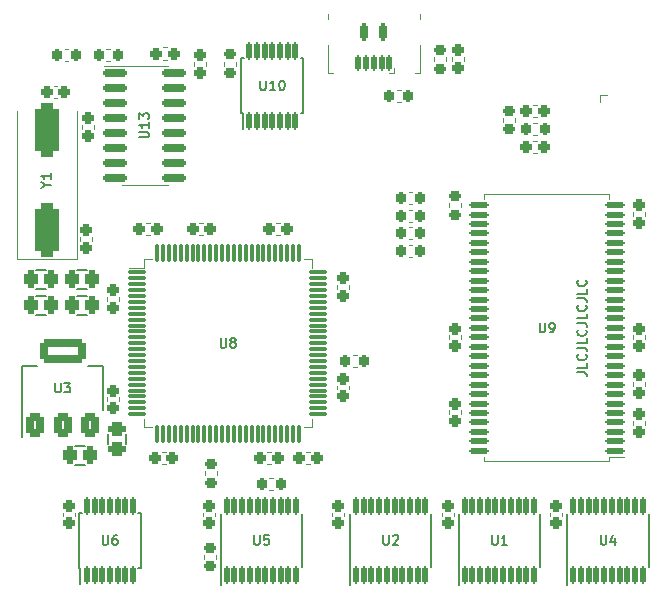
<source format=gto>
G04 #@! TF.GenerationSoftware,KiCad,Pcbnew,(6.0.1-0)*
G04 #@! TF.CreationDate,2022-02-07T03:36:48-05:00*
G04 #@! TF.ProjectId,GW4302,47573433-3032-42e6-9b69-6361645f7063,0.1*
G04 #@! TF.SameCoordinates,Original*
G04 #@! TF.FileFunction,Legend,Top*
G04 #@! TF.FilePolarity,Positive*
%FSLAX46Y46*%
G04 Gerber Fmt 4.6, Leading zero omitted, Abs format (unit mm)*
G04 Created by KiCad (PCBNEW (6.0.1-0)) date 2022-02-07 03:36:48*
%MOMM*%
%LPD*%
G01*
G04 APERTURE LIST*
G04 Aperture macros list*
%AMRoundRect*
0 Rectangle with rounded corners*
0 $1 Rounding radius*
0 $2 $3 $4 $5 $6 $7 $8 $9 X,Y pos of 4 corners*
0 Add a 4 corners polygon primitive as box body*
4,1,4,$2,$3,$4,$5,$6,$7,$8,$9,$2,$3,0*
0 Add four circle primitives for the rounded corners*
1,1,$1+$1,$2,$3*
1,1,$1+$1,$4,$5*
1,1,$1+$1,$6,$7*
1,1,$1+$1,$8,$9*
0 Add four rect primitives between the rounded corners*
20,1,$1+$1,$2,$3,$4,$5,0*
20,1,$1+$1,$4,$5,$6,$7,0*
20,1,$1+$1,$6,$7,$8,$9,0*
20,1,$1+$1,$8,$9,$2,$3,0*%
G04 Aperture macros list end*
%ADD10C,0.203200*%
%ADD11C,0.150000*%
%ADD12C,0.120000*%
%ADD13C,0.152400*%
%ADD14C,0.000000*%
%ADD15C,2.150000*%
%ADD16C,2.000000*%
%ADD17RoundRect,0.136500X0.112500X-0.612500X0.112500X0.612500X-0.112500X0.612500X-0.112500X-0.612500X0*%
%ADD18RoundRect,0.164500X0.640500X0.114500X-0.640500X0.114500X-0.640500X-0.114500X0.640500X-0.114500X0*%
%ADD19RoundRect,0.262500X-0.262500X0.212500X-0.262500X-0.212500X0.262500X-0.212500X0.262500X0.212500X0*%
%ADD20RoundRect,0.312500X0.262500X0.437500X-0.262500X0.437500X-0.262500X-0.437500X0.262500X-0.437500X0*%
%ADD21RoundRect,0.312500X-0.262500X-0.437500X0.262500X-0.437500X0.262500X0.437500X-0.262500X0.437500X0*%
%ADD22RoundRect,0.225000X-0.300000X0.175000X-0.300000X-0.175000X0.300000X-0.175000X0.300000X0.175000X0*%
%ADD23RoundRect,0.262500X0.262500X-0.212500X0.262500X0.212500X-0.262500X0.212500X-0.262500X-0.212500X0*%
%ADD24RoundRect,0.262500X-0.212500X-0.262500X0.212500X-0.262500X0.212500X0.262500X-0.212500X0.262500X0*%
%ADD25RoundRect,0.225000X0.300000X-0.175000X0.300000X0.175000X-0.300000X0.175000X-0.300000X-0.175000X0*%
%ADD26RoundRect,0.225000X0.175000X0.300000X-0.175000X0.300000X-0.175000X-0.300000X0.175000X-0.300000X0*%
%ADD27RoundRect,0.262500X0.212500X0.262500X-0.212500X0.262500X-0.212500X-0.262500X0.212500X-0.262500X0*%
%ADD28RoundRect,0.225000X-0.175000X-0.300000X0.175000X-0.300000X0.175000X0.300000X-0.175000X0.300000X0*%
%ADD29RoundRect,0.350000X0.450000X-0.700000X0.450000X0.700000X-0.450000X0.700000X-0.450000X-0.700000X0*%
%ADD30RoundRect,0.350000X1.600000X-0.700000X1.600000X0.700000X-1.600000X0.700000X-1.600000X-0.700000X0*%
%ADD31RoundRect,0.312500X-0.437500X0.262500X-0.437500X-0.262500X0.437500X-0.262500X0.437500X0.262500X0*%
%ADD32RoundRect,0.099000X-0.662500X-0.075000X0.662500X-0.075000X0.662500X0.075000X-0.662500X0.075000X0*%
%ADD33RoundRect,0.099000X-0.075000X-0.662500X0.075000X-0.662500X0.075000X0.662500X-0.075000X0.662500X0*%
%ADD34RoundRect,0.200000X-0.825000X-0.150000X0.825000X-0.150000X0.825000X0.150000X-0.825000X0.150000X0*%
%ADD35RoundRect,0.120000X0.120000X0.545000X-0.120000X0.545000X-0.120000X-0.545000X0.120000X-0.545000X0*%
%ADD36O,1.170000X2.000000*%
%ADD37C,1.400000*%
%ADD38RoundRect,0.200000X0.150000X0.525000X-0.150000X0.525000X-0.150000X-0.525000X0.150000X-0.525000X0*%
%ADD39C,1.448000*%
%ADD40RoundRect,0.550000X0.500000X-1.750000X0.500000X1.750000X-0.500000X1.750000X-0.500000X-1.750000X0*%
%ADD41C,1.140600*%
%ADD42C,2.524900*%
%ADD43C,0.937400*%
%ADD44RoundRect,0.456000X0.381000X3.289000X-0.381000X3.289000X-0.381000X-3.289000X0.381000X-3.289000X0*%
G04 APERTURE END LIST*
D10*
X151554895Y-67754361D02*
X152135466Y-67754361D01*
X152251580Y-67793066D01*
X152328990Y-67870476D01*
X152367695Y-67986590D01*
X152367695Y-68064000D01*
X152367695Y-66980266D02*
X152367695Y-67367314D01*
X151554895Y-67367314D01*
X152290285Y-66244876D02*
X152328990Y-66283580D01*
X152367695Y-66399695D01*
X152367695Y-66477104D01*
X152328990Y-66593219D01*
X152251580Y-66670628D01*
X152174171Y-66709333D01*
X152019352Y-66748038D01*
X151903238Y-66748038D01*
X151748419Y-66709333D01*
X151671009Y-66670628D01*
X151593600Y-66593219D01*
X151554895Y-66477104D01*
X151554895Y-66399695D01*
X151593600Y-66283580D01*
X151632304Y-66244876D01*
X151554895Y-65664304D02*
X152135466Y-65664304D01*
X152251580Y-65703009D01*
X152328990Y-65780419D01*
X152367695Y-65896533D01*
X152367695Y-65973942D01*
X152367695Y-64890209D02*
X152367695Y-65277257D01*
X151554895Y-65277257D01*
X152290285Y-64154819D02*
X152328990Y-64193523D01*
X152367695Y-64309638D01*
X152367695Y-64387047D01*
X152328990Y-64503161D01*
X152251580Y-64580571D01*
X152174171Y-64619276D01*
X152019352Y-64657980D01*
X151903238Y-64657980D01*
X151748419Y-64619276D01*
X151671009Y-64580571D01*
X151593600Y-64503161D01*
X151554895Y-64387047D01*
X151554895Y-64309638D01*
X151593600Y-64193523D01*
X151632304Y-64154819D01*
X151554895Y-63574247D02*
X152135466Y-63574247D01*
X152251580Y-63612952D01*
X152328990Y-63690361D01*
X152367695Y-63806476D01*
X152367695Y-63883885D01*
X152367695Y-62800152D02*
X152367695Y-63187200D01*
X151554895Y-63187200D01*
X152290285Y-62064761D02*
X152328990Y-62103466D01*
X152367695Y-62219580D01*
X152367695Y-62296990D01*
X152328990Y-62413104D01*
X152251580Y-62490514D01*
X152174171Y-62529219D01*
X152019352Y-62567923D01*
X151903238Y-62567923D01*
X151748419Y-62529219D01*
X151671009Y-62490514D01*
X151593600Y-62413104D01*
X151554895Y-62296990D01*
X151554895Y-62219580D01*
X151593600Y-62103466D01*
X151632304Y-62064761D01*
X151554895Y-61484190D02*
X152135466Y-61484190D01*
X152251580Y-61522895D01*
X152328990Y-61600304D01*
X152367695Y-61716419D01*
X152367695Y-61793828D01*
X152367695Y-60710095D02*
X152367695Y-61097142D01*
X151554895Y-61097142D01*
X152290285Y-59974704D02*
X152328990Y-60013409D01*
X152367695Y-60129523D01*
X152367695Y-60206933D01*
X152328990Y-60323047D01*
X152251580Y-60400457D01*
X152174171Y-60439161D01*
X152019352Y-60477866D01*
X151903238Y-60477866D01*
X151748419Y-60439161D01*
X151671009Y-60400457D01*
X151593600Y-60323047D01*
X151554895Y-60206933D01*
X151554895Y-60129523D01*
X151593600Y-60013409D01*
X151632304Y-59974704D01*
X144355723Y-81554895D02*
X144355723Y-82212876D01*
X144394428Y-82290285D01*
X144433133Y-82328990D01*
X144510542Y-82367695D01*
X144665361Y-82367695D01*
X144742771Y-82328990D01*
X144781476Y-82290285D01*
X144820180Y-82212876D01*
X144820180Y-81554895D01*
X145632980Y-82367695D02*
X145168523Y-82367695D01*
X145400752Y-82367695D02*
X145400752Y-81554895D01*
X145323342Y-81671009D01*
X145245933Y-81748419D01*
X145168523Y-81787123D01*
X148380723Y-63554895D02*
X148380723Y-64212876D01*
X148419428Y-64290285D01*
X148458133Y-64328990D01*
X148535542Y-64367695D01*
X148690361Y-64367695D01*
X148767771Y-64328990D01*
X148806476Y-64290285D01*
X148845180Y-64212876D01*
X148845180Y-63554895D01*
X149270933Y-64367695D02*
X149425752Y-64367695D01*
X149503161Y-64328990D01*
X149541866Y-64290285D01*
X149619276Y-64174171D01*
X149657980Y-64019352D01*
X149657980Y-63709714D01*
X149619276Y-63632304D01*
X149580571Y-63593600D01*
X149503161Y-63554895D01*
X149348342Y-63554895D01*
X149270933Y-63593600D01*
X149232228Y-63632304D01*
X149193523Y-63709714D01*
X149193523Y-63903238D01*
X149232228Y-63980647D01*
X149270933Y-64019352D01*
X149348342Y-64058057D01*
X149503161Y-64058057D01*
X149580571Y-64019352D01*
X149619276Y-63980647D01*
X149657980Y-63903238D01*
X153555723Y-81554895D02*
X153555723Y-82212876D01*
X153594428Y-82290285D01*
X153633133Y-82328990D01*
X153710542Y-82367695D01*
X153865361Y-82367695D01*
X153942771Y-82328990D01*
X153981476Y-82290285D01*
X154020180Y-82212876D01*
X154020180Y-81554895D01*
X154755571Y-81825828D02*
X154755571Y-82367695D01*
X154562047Y-81516190D02*
X154368523Y-82096761D01*
X154871685Y-82096761D01*
X111380723Y-81554895D02*
X111380723Y-82212876D01*
X111419428Y-82290285D01*
X111458133Y-82328990D01*
X111535542Y-82367695D01*
X111690361Y-82367695D01*
X111767771Y-82328990D01*
X111806476Y-82290285D01*
X111845180Y-82212876D01*
X111845180Y-81554895D01*
X112580571Y-81554895D02*
X112425752Y-81554895D01*
X112348342Y-81593600D01*
X112309638Y-81632304D01*
X112232228Y-81748419D01*
X112193523Y-81903238D01*
X112193523Y-82212876D01*
X112232228Y-82290285D01*
X112270933Y-82328990D01*
X112348342Y-82367695D01*
X112503161Y-82367695D01*
X112580571Y-82328990D01*
X112619276Y-82290285D01*
X112657980Y-82212876D01*
X112657980Y-82019352D01*
X112619276Y-81941942D01*
X112580571Y-81903238D01*
X112503161Y-81864533D01*
X112348342Y-81864533D01*
X112270933Y-81903238D01*
X112232228Y-81941942D01*
X112193523Y-82019352D01*
X135155723Y-81554895D02*
X135155723Y-82212876D01*
X135194428Y-82290285D01*
X135233133Y-82328990D01*
X135310542Y-82367695D01*
X135465361Y-82367695D01*
X135542771Y-82328990D01*
X135581476Y-82290285D01*
X135620180Y-82212876D01*
X135620180Y-81554895D01*
X135968523Y-81632304D02*
X136007228Y-81593600D01*
X136084638Y-81554895D01*
X136278161Y-81554895D01*
X136355571Y-81593600D01*
X136394276Y-81632304D01*
X136432980Y-81709714D01*
X136432980Y-81787123D01*
X136394276Y-81903238D01*
X135929819Y-82367695D01*
X136432980Y-82367695D01*
X124205723Y-81554895D02*
X124205723Y-82212876D01*
X124244428Y-82290285D01*
X124283133Y-82328990D01*
X124360542Y-82367695D01*
X124515361Y-82367695D01*
X124592771Y-82328990D01*
X124631476Y-82290285D01*
X124670180Y-82212876D01*
X124670180Y-81554895D01*
X125444276Y-81554895D02*
X125057228Y-81554895D01*
X125018523Y-81941942D01*
X125057228Y-81903238D01*
X125134638Y-81864533D01*
X125328161Y-81864533D01*
X125405571Y-81903238D01*
X125444276Y-81941942D01*
X125482980Y-82019352D01*
X125482980Y-82212876D01*
X125444276Y-82290285D01*
X125405571Y-82328990D01*
X125328161Y-82367695D01*
X125134638Y-82367695D01*
X125057228Y-82328990D01*
X125018523Y-82290285D01*
X124743676Y-43054895D02*
X124743676Y-43712876D01*
X124782380Y-43790285D01*
X124821085Y-43828990D01*
X124898495Y-43867695D01*
X125053314Y-43867695D01*
X125130723Y-43828990D01*
X125169428Y-43790285D01*
X125208133Y-43712876D01*
X125208133Y-43054895D01*
X126020933Y-43867695D02*
X125556476Y-43867695D01*
X125788704Y-43867695D02*
X125788704Y-43054895D01*
X125711295Y-43171009D01*
X125633885Y-43248419D01*
X125556476Y-43287123D01*
X126524095Y-43054895D02*
X126601504Y-43054895D01*
X126678914Y-43093600D01*
X126717619Y-43132304D01*
X126756323Y-43209714D01*
X126795028Y-43364533D01*
X126795028Y-43558057D01*
X126756323Y-43712876D01*
X126717619Y-43790285D01*
X126678914Y-43828990D01*
X126601504Y-43867695D01*
X126524095Y-43867695D01*
X126446685Y-43828990D01*
X126407980Y-43790285D01*
X126369276Y-43712876D01*
X126330571Y-43558057D01*
X126330571Y-43364533D01*
X126369276Y-43209714D01*
X126407980Y-43132304D01*
X126446685Y-43093600D01*
X126524095Y-43054895D01*
X107380723Y-68654895D02*
X107380723Y-69312876D01*
X107419428Y-69390285D01*
X107458133Y-69428990D01*
X107535542Y-69467695D01*
X107690361Y-69467695D01*
X107767771Y-69428990D01*
X107806476Y-69390285D01*
X107845180Y-69312876D01*
X107845180Y-68654895D01*
X108154819Y-68654895D02*
X108657980Y-68654895D01*
X108387047Y-68964533D01*
X108503161Y-68964533D01*
X108580571Y-69003238D01*
X108619276Y-69041942D01*
X108657980Y-69119352D01*
X108657980Y-69312876D01*
X108619276Y-69390285D01*
X108580571Y-69428990D01*
X108503161Y-69467695D01*
X108270933Y-69467695D01*
X108193523Y-69428990D01*
X108154819Y-69390285D01*
X121380723Y-64854895D02*
X121380723Y-65512876D01*
X121419428Y-65590285D01*
X121458133Y-65628990D01*
X121535542Y-65667695D01*
X121690361Y-65667695D01*
X121767771Y-65628990D01*
X121806476Y-65590285D01*
X121845180Y-65512876D01*
X121845180Y-64854895D01*
X122348342Y-65203238D02*
X122270933Y-65164533D01*
X122232228Y-65125828D01*
X122193523Y-65048419D01*
X122193523Y-65009714D01*
X122232228Y-64932304D01*
X122270933Y-64893600D01*
X122348342Y-64854895D01*
X122503161Y-64854895D01*
X122580571Y-64893600D01*
X122619276Y-64932304D01*
X122657980Y-65009714D01*
X122657980Y-65048419D01*
X122619276Y-65125828D01*
X122580571Y-65164533D01*
X122503161Y-65203238D01*
X122348342Y-65203238D01*
X122270933Y-65241942D01*
X122232228Y-65280647D01*
X122193523Y-65358057D01*
X122193523Y-65512876D01*
X122232228Y-65590285D01*
X122270933Y-65628990D01*
X122348342Y-65667695D01*
X122503161Y-65667695D01*
X122580571Y-65628990D01*
X122619276Y-65590285D01*
X122657980Y-65512876D01*
X122657980Y-65358057D01*
X122619276Y-65280647D01*
X122580571Y-65241942D01*
X122503161Y-65203238D01*
X114489895Y-47869323D02*
X115147876Y-47869323D01*
X115225285Y-47830619D01*
X115263990Y-47791914D01*
X115302695Y-47714504D01*
X115302695Y-47559685D01*
X115263990Y-47482276D01*
X115225285Y-47443571D01*
X115147876Y-47404866D01*
X114489895Y-47404866D01*
X115302695Y-46592066D02*
X115302695Y-47056523D01*
X115302695Y-46824295D02*
X114489895Y-46824295D01*
X114606009Y-46901704D01*
X114683419Y-46979114D01*
X114722123Y-47056523D01*
X114489895Y-46321133D02*
X114489895Y-45817971D01*
X114799533Y-46088904D01*
X114799533Y-45972790D01*
X114838238Y-45895380D01*
X114876942Y-45856676D01*
X114954352Y-45817971D01*
X115147876Y-45817971D01*
X115225285Y-45856676D01*
X115263990Y-45895380D01*
X115302695Y-45972790D01*
X115302695Y-46205019D01*
X115263990Y-46282428D01*
X115225285Y-46321133D01*
X106630647Y-51887047D02*
X107017695Y-51887047D01*
X106204895Y-52157980D02*
X106630647Y-51887047D01*
X106204895Y-51616114D01*
X107017695Y-50919428D02*
X107017695Y-51383885D01*
X107017695Y-51151657D02*
X106204895Y-51151657D01*
X106321009Y-51229066D01*
X106398419Y-51306476D01*
X106437123Y-51383885D01*
D11*
X141525000Y-85750000D02*
X141525000Y-79775000D01*
X148425000Y-84225000D02*
X148425000Y-79775000D01*
D12*
X143700000Y-75300000D02*
X143700000Y-74900000D01*
X154300000Y-75300000D02*
X143700000Y-75300000D01*
X143700000Y-53100000D02*
X143700000Y-52700000D01*
X154300000Y-52700000D02*
X143700000Y-52700000D01*
X155500000Y-74900000D02*
X154300000Y-74900000D01*
X154300000Y-74900000D02*
X154300000Y-75300000D01*
X154300000Y-53100000D02*
X154300000Y-52700000D01*
D11*
X150725000Y-85750000D02*
X150725000Y-79775000D01*
X157625000Y-84225000D02*
X157625000Y-79775000D01*
D12*
X107990000Y-79637221D02*
X107990000Y-79962779D01*
X109010000Y-79637221D02*
X109010000Y-79962779D01*
D11*
X109375000Y-84325000D02*
X109500000Y-84325000D01*
X109500000Y-84325000D02*
X109500000Y-85675000D01*
X109375000Y-84325000D02*
X109375000Y-79675000D01*
X114625000Y-84325000D02*
X114625000Y-79675000D01*
X109375000Y-79675000D02*
X109600000Y-79675000D01*
X114625000Y-79675000D02*
X114400000Y-79675000D01*
X114625000Y-84325000D02*
X114400000Y-84325000D01*
D12*
X119890000Y-79637221D02*
X119890000Y-79962779D01*
X120910000Y-79637221D02*
X120910000Y-79962779D01*
X140090000Y-79637221D02*
X140090000Y-79962779D01*
X141110000Y-79637221D02*
X141110000Y-79962779D01*
D13*
X106556400Y-62900000D02*
X105743600Y-62900000D01*
X106556400Y-61300000D02*
X105743600Y-61300000D01*
X109243600Y-61300000D02*
X110056400Y-61300000D01*
X109243600Y-62900000D02*
X110056400Y-62900000D01*
X109243600Y-60700000D02*
X110056400Y-60700000D01*
X109243600Y-59100000D02*
X110056400Y-59100000D01*
D12*
X119940000Y-83237221D02*
X119940000Y-83562779D01*
X120960000Y-83237221D02*
X120960000Y-83562779D01*
D11*
X139225000Y-84225000D02*
X139225000Y-79775000D01*
X132325000Y-85750000D02*
X132325000Y-79775000D01*
X128275000Y-84225000D02*
X128275000Y-79775000D01*
X121375000Y-85750000D02*
X121375000Y-79775000D01*
D12*
X150310000Y-79637221D02*
X150310000Y-79962779D01*
X149290000Y-79637221D02*
X149290000Y-79962779D01*
X131860000Y-79637221D02*
X131860000Y-79962779D01*
X130840000Y-79637221D02*
X130840000Y-79962779D01*
D11*
X128375000Y-41175000D02*
X128150000Y-41175000D01*
X123125000Y-45825000D02*
X123250000Y-45825000D01*
X128375000Y-45825000D02*
X128150000Y-45825000D01*
X123125000Y-41175000D02*
X123350000Y-41175000D01*
X123250000Y-45825000D02*
X123250000Y-47175000D01*
X123125000Y-45825000D02*
X123125000Y-41175000D01*
X128375000Y-45825000D02*
X128375000Y-41175000D01*
D12*
X157310000Y-54187221D02*
X157310000Y-54512779D01*
X156290000Y-54187221D02*
X156290000Y-54512779D01*
X140460000Y-41087221D02*
X140460000Y-41412779D01*
X139440000Y-41087221D02*
X139440000Y-41412779D01*
X157310000Y-64637221D02*
X157310000Y-64962779D01*
X156290000Y-64637221D02*
X156290000Y-64962779D01*
X157310000Y-68587221D02*
X157310000Y-68912779D01*
X156290000Y-68587221D02*
X156290000Y-68912779D01*
X157310000Y-72212779D02*
X157310000Y-71887221D01*
X156290000Y-72212779D02*
X156290000Y-71887221D01*
X147837221Y-45140000D02*
X148162779Y-45140000D01*
X147837221Y-46160000D02*
X148162779Y-46160000D01*
X146310000Y-46562779D02*
X146310000Y-46237221D01*
X145290000Y-46562779D02*
X145290000Y-46237221D01*
X148162779Y-46640000D02*
X147837221Y-46640000D01*
X148162779Y-47660000D02*
X147837221Y-47660000D01*
X116824279Y-40257000D02*
X116498721Y-40257000D01*
X116824279Y-41277000D02*
X116498721Y-41277000D01*
X108168221Y-40384000D02*
X108493779Y-40384000D01*
X108168221Y-41404000D02*
X108493779Y-41404000D01*
X110460000Y-56337221D02*
X110460000Y-56662779D01*
X109440000Y-56337221D02*
X109440000Y-56662779D01*
X107237221Y-44510000D02*
X107562779Y-44510000D01*
X107237221Y-43490000D02*
X107562779Y-43490000D01*
X116387221Y-75510000D02*
X116712779Y-75510000D01*
X116387221Y-74490000D02*
X116712779Y-74490000D01*
X128587221Y-74490000D02*
X128912779Y-74490000D01*
X128587221Y-75510000D02*
X128912779Y-75510000D01*
X125662779Y-75510000D02*
X125337221Y-75510000D01*
X125662779Y-74490000D02*
X125337221Y-74490000D01*
X132210000Y-69212779D02*
X132210000Y-68887221D01*
X131190000Y-69212779D02*
X131190000Y-68887221D01*
X131190000Y-60387221D02*
X131190000Y-60712779D01*
X132210000Y-60387221D02*
X132210000Y-60712779D01*
X126087221Y-55090000D02*
X126412779Y-55090000D01*
X126087221Y-56110000D02*
X126412779Y-56110000D01*
X119587221Y-56110000D02*
X119912779Y-56110000D01*
X119587221Y-55090000D02*
X119912779Y-55090000D01*
X112810000Y-61387221D02*
X112810000Y-61712779D01*
X111790000Y-61387221D02*
X111790000Y-61712779D01*
X115412779Y-55090000D02*
X115087221Y-55090000D01*
X115412779Y-56110000D02*
X115087221Y-56110000D01*
X112810000Y-70212779D02*
X112810000Y-69887221D01*
X111790000Y-70212779D02*
X111790000Y-69887221D01*
D13*
X104590000Y-73200000D02*
X104590000Y-67190000D01*
X104590000Y-67190000D02*
X105850000Y-67190000D01*
X111410000Y-70950000D02*
X111410000Y-67190000D01*
X111410000Y-67190000D02*
X110150000Y-67190000D01*
X109856400Y-74000000D02*
X109043600Y-74000000D01*
X109856400Y-75600000D02*
X109043600Y-75600000D01*
X113400000Y-72993600D02*
X113400000Y-73806400D01*
X111800000Y-72993600D02*
X111800000Y-73806400D01*
D12*
X112011779Y-40384000D02*
X111686221Y-40384000D01*
X112011779Y-41404000D02*
X111686221Y-41404000D01*
X141710000Y-70987221D02*
X141710000Y-71312779D01*
X140690000Y-70987221D02*
X140690000Y-71312779D01*
X140690000Y-64962779D02*
X140690000Y-64637221D01*
X141710000Y-64962779D02*
X141710000Y-64637221D01*
X114890000Y-58890000D02*
X113600000Y-58890000D01*
X129110000Y-72410000D02*
X129110000Y-71710000D01*
X115590000Y-72410000D02*
X114890000Y-72410000D01*
X128410000Y-58190000D02*
X129110000Y-58190000D01*
X115590000Y-58190000D02*
X114890000Y-58190000D01*
X114890000Y-58190000D02*
X114890000Y-58890000D01*
X129110000Y-58190000D02*
X129110000Y-58890000D01*
X114890000Y-72410000D02*
X114890000Y-71710000D01*
X128410000Y-72410000D02*
X129110000Y-72410000D01*
X140690000Y-53437221D02*
X140690000Y-53762779D01*
X141710000Y-53437221D02*
X141710000Y-53762779D01*
X140940000Y-41087221D02*
X140940000Y-41412779D01*
X141960000Y-41087221D02*
X141960000Y-41412779D01*
X114935000Y-41803000D02*
X116885000Y-41803000D01*
X114935000Y-51923000D02*
X116885000Y-51923000D01*
X114935000Y-41803000D02*
X111485000Y-41803000D01*
X114935000Y-51923000D02*
X112985000Y-51923000D01*
X110682500Y-46815221D02*
X110682500Y-47140779D01*
X109662500Y-46815221D02*
X109662500Y-47140779D01*
X119124000Y-41830779D02*
X119124000Y-41505221D01*
X120144000Y-41830779D02*
X120144000Y-41505221D01*
D13*
X106556400Y-60700000D02*
X105743600Y-60700000D01*
X106556400Y-59100000D02*
X105743600Y-59100000D01*
D12*
X136050000Y-42412500D02*
X136050000Y-41962500D01*
X130450000Y-37450000D02*
X130450000Y-37812500D01*
X138250000Y-40050000D02*
X138250000Y-42412500D01*
X130450000Y-40050000D02*
X130450000Y-42412500D01*
X138250000Y-42412500D02*
X137800000Y-42412500D01*
X138250000Y-37450000D02*
X138250000Y-37812500D01*
X136050000Y-42412500D02*
X135600000Y-42412500D01*
X130450000Y-42412500D02*
X130900000Y-42412500D01*
X109200000Y-58200000D02*
X109200000Y-45600000D01*
X104100000Y-58200000D02*
X109200000Y-58200000D01*
X104100000Y-45600000D02*
X104100000Y-58200000D01*
X153479500Y-44259500D02*
X154114500Y-44259500D01*
X153479500Y-44894500D02*
X153479500Y-44259500D01*
X137612779Y-58010000D02*
X137287221Y-58010000D01*
X137612779Y-56990000D02*
X137287221Y-56990000D01*
X137612779Y-52490000D02*
X137287221Y-52490000D01*
X137612779Y-53510000D02*
X137287221Y-53510000D01*
X137612779Y-56510000D02*
X137287221Y-56510000D01*
X137612779Y-55490000D02*
X137287221Y-55490000D01*
X137612779Y-53990000D02*
X137287221Y-53990000D01*
X137612779Y-55010000D02*
X137287221Y-55010000D01*
X136612779Y-44860000D02*
X136287221Y-44860000D01*
X136612779Y-43840000D02*
X136287221Y-43840000D01*
X132912779Y-67310000D02*
X132587221Y-67310000D01*
X132912779Y-66290000D02*
X132587221Y-66290000D01*
X125487221Y-77760000D02*
X125812779Y-77760000D01*
X125487221Y-76740000D02*
X125812779Y-76740000D01*
X122660000Y-41812779D02*
X122660000Y-41487221D01*
X121640000Y-41812779D02*
X121640000Y-41487221D01*
X121110000Y-76137221D02*
X121110000Y-76462779D01*
X120090000Y-76137221D02*
X120090000Y-76462779D01*
X148162779Y-48140000D02*
X147837221Y-48140000D01*
X148162779Y-49160000D02*
X147837221Y-49160000D01*
%LPC*%
D14*
G36*
X161290000Y-97282000D02*
G01*
X160782000Y-97790000D01*
X103378000Y-97790000D01*
X102870000Y-97282000D01*
X102870000Y-89916000D01*
X161290000Y-89916000D01*
X161290000Y-97282000D01*
G37*
D15*
X105410000Y-88011000D03*
D16*
X105283000Y-85471000D03*
D15*
X158750000Y-88011000D03*
D17*
X142050000Y-84950000D03*
X142700000Y-84950000D03*
X143350000Y-84950000D03*
X144000000Y-84950000D03*
X144650000Y-84950000D03*
X145300000Y-84950000D03*
X145950000Y-84950000D03*
X146600000Y-84950000D03*
X147250000Y-84950000D03*
X147900000Y-84950000D03*
X147900000Y-79050000D03*
X147250000Y-79050000D03*
X146600000Y-79050000D03*
X145950000Y-79050000D03*
X145300000Y-79050000D03*
X144650000Y-79050000D03*
X144000000Y-79050000D03*
X143350000Y-79050000D03*
X142700000Y-79050000D03*
X142050000Y-79050000D03*
D18*
X154750000Y-74400000D03*
X154750000Y-73600000D03*
X154750000Y-72800000D03*
X154750000Y-72000000D03*
X154750000Y-71200000D03*
X154750000Y-70400000D03*
X154750000Y-69600000D03*
X154750000Y-68800000D03*
X154750000Y-68000000D03*
X154750000Y-67200000D03*
X154750000Y-66400000D03*
X154750000Y-65600000D03*
X154750000Y-64800000D03*
X154750000Y-64000000D03*
X154750000Y-63200000D03*
X154750000Y-62400000D03*
X154750000Y-61600000D03*
X154750000Y-60800000D03*
X154750000Y-60000000D03*
X154750000Y-59200000D03*
X154750000Y-58400000D03*
X154750000Y-57600000D03*
X154750000Y-56800000D03*
X154750000Y-56000000D03*
X154750000Y-55200000D03*
X154750000Y-54400000D03*
X154750000Y-53600000D03*
X143250000Y-53600000D03*
X143250000Y-54400000D03*
X143250000Y-55200000D03*
X143250000Y-56000000D03*
X143250000Y-56800000D03*
X143250000Y-57600000D03*
X143250000Y-58400000D03*
X143250000Y-59200000D03*
X143250000Y-60000000D03*
X143250000Y-60800000D03*
X143250000Y-61600000D03*
X143250000Y-62400000D03*
X143250000Y-63200000D03*
X143250000Y-64000000D03*
X143250000Y-64800000D03*
X143250000Y-65600000D03*
X143250000Y-66400000D03*
X143250000Y-67200000D03*
X143250000Y-68000000D03*
X143250000Y-68800000D03*
X143250000Y-69600000D03*
X143250000Y-70400000D03*
X143250000Y-71200000D03*
X143250000Y-72000000D03*
X143250000Y-72800000D03*
X143250000Y-73600000D03*
X143250000Y-74400000D03*
D17*
X151250000Y-84950000D03*
X151900000Y-84950000D03*
X152550000Y-84950000D03*
X153200000Y-84950000D03*
X153850000Y-84950000D03*
X154500000Y-84950000D03*
X155150000Y-84950000D03*
X155800000Y-84950000D03*
X156450000Y-84950000D03*
X157100000Y-84950000D03*
X157100000Y-79050000D03*
X156450000Y-79050000D03*
X155800000Y-79050000D03*
X155150000Y-79050000D03*
X154500000Y-79050000D03*
X153850000Y-79050000D03*
X153200000Y-79050000D03*
X152550000Y-79050000D03*
X151900000Y-79050000D03*
X151250000Y-79050000D03*
D16*
X158750000Y-85471000D03*
D19*
X108500000Y-79050000D03*
X108500000Y-80550000D03*
D17*
X110050000Y-84950000D03*
X110700000Y-84950000D03*
X111350000Y-84950000D03*
X112000000Y-84950000D03*
X112650000Y-84950000D03*
X113300000Y-84950000D03*
X113950000Y-84950000D03*
X113950000Y-79050000D03*
X113300000Y-79050000D03*
X112650000Y-79050000D03*
X112000000Y-79050000D03*
X111350000Y-79050000D03*
X110700000Y-79050000D03*
X110050000Y-79050000D03*
D19*
X120400000Y-79050000D03*
X120400000Y-80550000D03*
X140600000Y-79050000D03*
X140600000Y-80550000D03*
D20*
X107000000Y-62100000D03*
X105300000Y-62100000D03*
D21*
X108800000Y-62100000D03*
X110500000Y-62100000D03*
X108800000Y-59900000D03*
X110500000Y-59900000D03*
D22*
X120450000Y-82600000D03*
X120450000Y-84200000D03*
D17*
X132850000Y-84950000D03*
X133500000Y-84950000D03*
X134150000Y-84950000D03*
X134800000Y-84950000D03*
X135450000Y-84950000D03*
X136100000Y-84950000D03*
X136750000Y-84950000D03*
X137400000Y-84950000D03*
X138050000Y-84950000D03*
X138700000Y-84950000D03*
X138700000Y-79050000D03*
X138050000Y-79050000D03*
X137400000Y-79050000D03*
X136750000Y-79050000D03*
X136100000Y-79050000D03*
X135450000Y-79050000D03*
X134800000Y-79050000D03*
X134150000Y-79050000D03*
X133500000Y-79050000D03*
X132850000Y-79050000D03*
X121900000Y-84950000D03*
X122550000Y-84950000D03*
X123200000Y-84950000D03*
X123850000Y-84950000D03*
X124500000Y-84950000D03*
X125150000Y-84950000D03*
X125800000Y-84950000D03*
X126450000Y-84950000D03*
X127100000Y-84950000D03*
X127750000Y-84950000D03*
X127750000Y-79050000D03*
X127100000Y-79050000D03*
X126450000Y-79050000D03*
X125800000Y-79050000D03*
X125150000Y-79050000D03*
X124500000Y-79050000D03*
X123850000Y-79050000D03*
X123200000Y-79050000D03*
X122550000Y-79050000D03*
X121900000Y-79050000D03*
D19*
X149800000Y-79050000D03*
X149800000Y-80550000D03*
X131350000Y-79050000D03*
X131350000Y-80550000D03*
D17*
X123800000Y-46450000D03*
X124450000Y-46450000D03*
X125100000Y-46450000D03*
X125750000Y-46450000D03*
X126400000Y-46450000D03*
X127050000Y-46450000D03*
X127700000Y-46450000D03*
X127700000Y-40550000D03*
X127050000Y-40550000D03*
X126400000Y-40550000D03*
X125750000Y-40550000D03*
X125100000Y-40550000D03*
X124450000Y-40550000D03*
X123800000Y-40550000D03*
D19*
X156800000Y-53600000D03*
X156800000Y-55100000D03*
D22*
X139950000Y-40450000D03*
X139950000Y-42050000D03*
D19*
X156800000Y-64050000D03*
X156800000Y-65550000D03*
X156800000Y-68000000D03*
X156800000Y-69500000D03*
D23*
X156800000Y-72800000D03*
X156800000Y-71300000D03*
D24*
X147250000Y-45650000D03*
X148750000Y-45650000D03*
D25*
X145800000Y-47200000D03*
X145800000Y-45600000D03*
D26*
X148800000Y-47150000D03*
X147200000Y-47150000D03*
D27*
X117411500Y-40767000D03*
X115911500Y-40767000D03*
D28*
X107531000Y-40894000D03*
X109131000Y-40894000D03*
D19*
X109950000Y-55750000D03*
X109950000Y-57250000D03*
D24*
X106650000Y-44000000D03*
X108150000Y-44000000D03*
X115800000Y-75000000D03*
X117300000Y-75000000D03*
X128000000Y-75000000D03*
X129500000Y-75000000D03*
D27*
X126250000Y-75000000D03*
X124750000Y-75000000D03*
D23*
X131700000Y-69800000D03*
X131700000Y-68300000D03*
D16*
X159067500Y-38735000D03*
X105092500Y-38735000D03*
D19*
X131700000Y-59800000D03*
X131700000Y-61300000D03*
D24*
X125500000Y-55600000D03*
X127000000Y-55600000D03*
X119000000Y-55600000D03*
X120500000Y-55600000D03*
D19*
X112300000Y-60800000D03*
X112300000Y-62300000D03*
D27*
X116000000Y-55600000D03*
X114500000Y-55600000D03*
D23*
X112300000Y-70800000D03*
X112300000Y-69300000D03*
D29*
X105700000Y-72250000D03*
X108000000Y-72250000D03*
D30*
X108000000Y-65950000D03*
D29*
X110300000Y-72250000D03*
D20*
X110300000Y-74800000D03*
X108600000Y-74800000D03*
D31*
X112600000Y-72550000D03*
X112600000Y-74250000D03*
D26*
X112649000Y-40894000D03*
X111049000Y-40894000D03*
D19*
X141200000Y-70400000D03*
X141200000Y-71900000D03*
D23*
X141200000Y-65550000D03*
X141200000Y-64050000D03*
D32*
X114337500Y-59300000D03*
X114337500Y-59800000D03*
X114337500Y-60300000D03*
X114337500Y-60800000D03*
X114337500Y-61300000D03*
X114337500Y-61800000D03*
X114337500Y-62300000D03*
X114337500Y-62800000D03*
X114337500Y-63300000D03*
X114337500Y-63800000D03*
X114337500Y-64300000D03*
X114337500Y-64800000D03*
X114337500Y-65300000D03*
X114337500Y-65800000D03*
X114337500Y-66300000D03*
X114337500Y-66800000D03*
X114337500Y-67300000D03*
X114337500Y-67800000D03*
X114337500Y-68300000D03*
X114337500Y-68800000D03*
X114337500Y-69300000D03*
X114337500Y-69800000D03*
X114337500Y-70300000D03*
X114337500Y-70800000D03*
X114337500Y-71300000D03*
D33*
X116000000Y-72962500D03*
X116500000Y-72962500D03*
X117000000Y-72962500D03*
X117500000Y-72962500D03*
X118000000Y-72962500D03*
X118500000Y-72962500D03*
X119000000Y-72962500D03*
X119500000Y-72962500D03*
X120000000Y-72962500D03*
X120500000Y-72962500D03*
X121000000Y-72962500D03*
X121500000Y-72962500D03*
X122000000Y-72962500D03*
X122500000Y-72962500D03*
X123000000Y-72962500D03*
X123500000Y-72962500D03*
X124000000Y-72962500D03*
X124500000Y-72962500D03*
X125000000Y-72962500D03*
X125500000Y-72962500D03*
X126000000Y-72962500D03*
X126500000Y-72962500D03*
X127000000Y-72962500D03*
X127500000Y-72962500D03*
X128000000Y-72962500D03*
D32*
X129662500Y-71300000D03*
X129662500Y-70800000D03*
X129662500Y-70300000D03*
X129662500Y-69800000D03*
X129662500Y-69300000D03*
X129662500Y-68800000D03*
X129662500Y-68300000D03*
X129662500Y-67800000D03*
X129662500Y-67300000D03*
X129662500Y-66800000D03*
X129662500Y-66300000D03*
X129662500Y-65800000D03*
X129662500Y-65300000D03*
X129662500Y-64800000D03*
X129662500Y-64300000D03*
X129662500Y-63800000D03*
X129662500Y-63300000D03*
X129662500Y-62800000D03*
X129662500Y-62300000D03*
X129662500Y-61800000D03*
X129662500Y-61300000D03*
X129662500Y-60800000D03*
X129662500Y-60300000D03*
X129662500Y-59800000D03*
X129662500Y-59300000D03*
D33*
X128000000Y-57637500D03*
X127500000Y-57637500D03*
X127000000Y-57637500D03*
X126500000Y-57637500D03*
X126000000Y-57637500D03*
X125500000Y-57637500D03*
X125000000Y-57637500D03*
X124500000Y-57637500D03*
X124000000Y-57637500D03*
X123500000Y-57637500D03*
X123000000Y-57637500D03*
X122500000Y-57637500D03*
X122000000Y-57637500D03*
X121500000Y-57637500D03*
X121000000Y-57637500D03*
X120500000Y-57637500D03*
X120000000Y-57637500D03*
X119500000Y-57637500D03*
X119000000Y-57637500D03*
X118500000Y-57637500D03*
X118000000Y-57637500D03*
X117500000Y-57637500D03*
X117000000Y-57637500D03*
X116500000Y-57637500D03*
X116000000Y-57637500D03*
D22*
X141200000Y-52800000D03*
X141200000Y-54400000D03*
D19*
X141450000Y-40500000D03*
X141450000Y-42000000D03*
D34*
X112460000Y-42418000D03*
X112460000Y-43688000D03*
X112460000Y-44958000D03*
X112460000Y-46228000D03*
X112460000Y-47498000D03*
X112460000Y-48768000D03*
X112460000Y-50038000D03*
X112460000Y-51308000D03*
X117410000Y-51308000D03*
X117410000Y-50038000D03*
X117410000Y-48768000D03*
X117410000Y-47498000D03*
X117410000Y-46228000D03*
X117410000Y-44958000D03*
X117410000Y-43688000D03*
X117410000Y-42418000D03*
D19*
X110172500Y-46228000D03*
X110172500Y-47728000D03*
D23*
X119634000Y-42418000D03*
X119634000Y-40918000D03*
D20*
X107000000Y-59900000D03*
X105300000Y-59900000D03*
D35*
X135650000Y-41575000D03*
X135000000Y-41575000D03*
X134350000Y-41575000D03*
X133700000Y-41575000D03*
X133050000Y-41575000D03*
D36*
X137950000Y-38950000D03*
D37*
X136775000Y-41600000D03*
D38*
X133550000Y-38925000D03*
D37*
X131925000Y-41600000D03*
D38*
X135150000Y-38925000D03*
D36*
X130750000Y-38950000D03*
D39*
X156527500Y-38735000D03*
X158750000Y-82931000D03*
D40*
X106650000Y-55750000D03*
X106650000Y-47250000D03*
D39*
X105092500Y-41275000D03*
D41*
X153733500Y-51244500D03*
D42*
X152209500Y-49339500D03*
D41*
X154749500Y-43624500D03*
X155765500Y-51244500D03*
D42*
X152209500Y-43624500D03*
X157289500Y-49339500D03*
X157289500Y-43624500D03*
D43*
X154114500Y-44894500D03*
X154114500Y-46164500D03*
X154114500Y-47434500D03*
X154114500Y-48704500D03*
X154114500Y-49974500D03*
X155384500Y-49974500D03*
X155384500Y-48704500D03*
X155384500Y-47434500D03*
X155384500Y-46164500D03*
X155384500Y-44894500D03*
D26*
X138250000Y-57500000D03*
X136650000Y-57500000D03*
X138250000Y-53000000D03*
X136650000Y-53000000D03*
X138250000Y-56000000D03*
X136650000Y-56000000D03*
X138250000Y-54500000D03*
X136650000Y-54500000D03*
X137250000Y-44350000D03*
X135650000Y-44350000D03*
X133550000Y-66800000D03*
X131950000Y-66800000D03*
D28*
X124850000Y-77250000D03*
X126450000Y-77250000D03*
D25*
X122150000Y-42450000D03*
X122150000Y-40850000D03*
D22*
X120600000Y-75500000D03*
X120600000Y-77100000D03*
D27*
X148750000Y-48650000D03*
X147250000Y-48650000D03*
D44*
X105410000Y-93118000D03*
X107950000Y-93118000D03*
X110490000Y-93118000D03*
X113030000Y-93118000D03*
X115570000Y-93118000D03*
X118110000Y-93118000D03*
X120650000Y-93118000D03*
X123190000Y-93118000D03*
X125730000Y-93118000D03*
X128270000Y-93118000D03*
X130810000Y-93118000D03*
X133350000Y-93118000D03*
X135890000Y-93118000D03*
X138430000Y-93118000D03*
X140970000Y-93118000D03*
X143510000Y-93118000D03*
X146050000Y-93118000D03*
X148590000Y-93118000D03*
X151130000Y-93118000D03*
X153670000Y-93118000D03*
X156210000Y-93118000D03*
X158750000Y-93118000D03*
M02*

</source>
